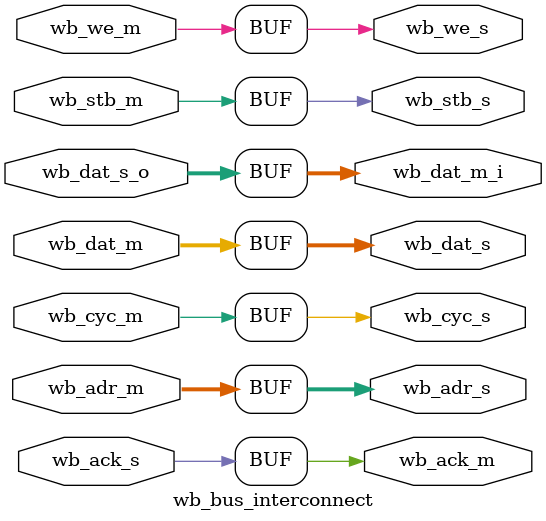
<source format=v>
module wb_bus_interconnect(
    // Master interface
    input wire wb_cyc_m,
    input wire wb_stb_m,
    input wire wb_we_m,
    input wire [7:0] wb_adr_m,
    input wire [15:0] wb_dat_m,
    output wire [15:0] wb_dat_m_i,
    output wire wb_ack_m,
    
    // Slave interface
    output wire wb_cyc_s,
    output wire wb_stb_s,
    output wire wb_we_s,
    output wire [7:0] wb_adr_s,
    output wire [15:0] wb_dat_s,
    input wire [15:0] wb_dat_s_o,
    input wire wb_ack_s
);

    // For single master, single slave - just wire through
    assign wb_cyc_s = wb_cyc_m;
    assign wb_stb_s = wb_stb_m;
    assign wb_we_s = wb_we_m;
    assign wb_adr_s = wb_adr_m;
    assign wb_dat_s = wb_dat_m;
    
    assign wb_dat_m_i = wb_dat_s_o;
    assign wb_ack_m = wb_ack_s;

endmodule
</source>
